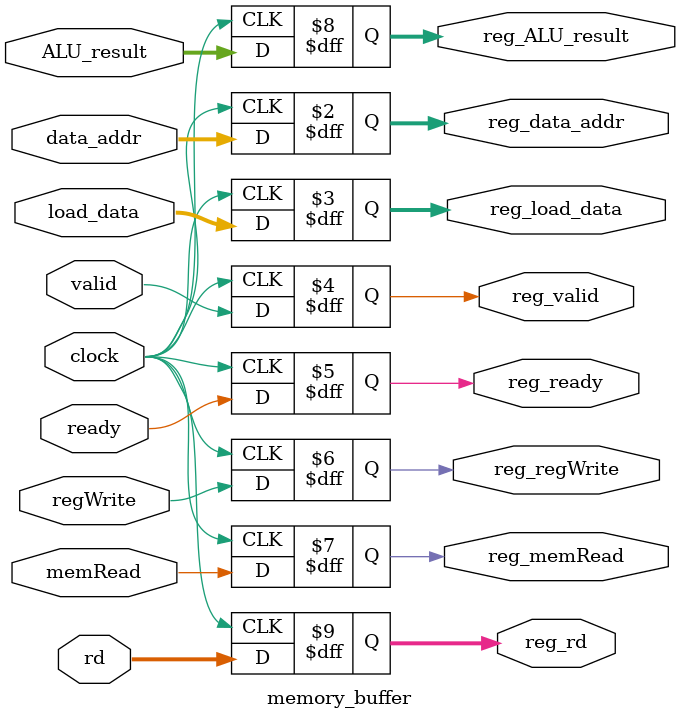
<source format=v>
module memory_buffer #(parameter CORE = 0, DATA_WIDTH = 32, INDEX_BITS = 6, 
                     OFFSET_BITS = 3, ADDRESS_BITS = 20)(
	clock,        
	data_addr, 
        load_data,
        valid, 
        ready,
	regWrite,
	memRead,
	rd,
	ALU_result,
	reg_data_addr,
	reg_load_data,
	reg_valid,
	reg_ready,
	reg_regWrite,
	reg_memRead,
	reg_rd,
	reg_ALU_result
); 

input [ADDRESS_BITS-1:0] data_addr;
input [DATA_WIDTH-1:0]   load_data;
input valid; 
input ready, regWrite, memRead;
input [DATA_WIDTH-1:0] ALU_result;
input clock;
input [4:0] rd;
output reg [ADDRESS_BITS-1:0] reg_data_addr;
output reg [DATA_WIDTH-1:0]   reg_load_data;
output reg reg_valid;
output reg reg_ready, reg_regWrite, reg_memRead;
output reg [DATA_WIDTH-1:0] reg_ALU_result;
output reg [4:0] reg_rd;

always @ (posedge clock) begin
     reg_data_addr <= data_addr;
     reg_load_data <= load_data;
     reg_valid <= valid;
     reg_ready <= ready;
     reg_regWrite <= regWrite;
     reg_memRead <= memRead;
     reg_rd <= rd;
     reg_ALU_result <= ALU_result;
end




endmodule

</source>
